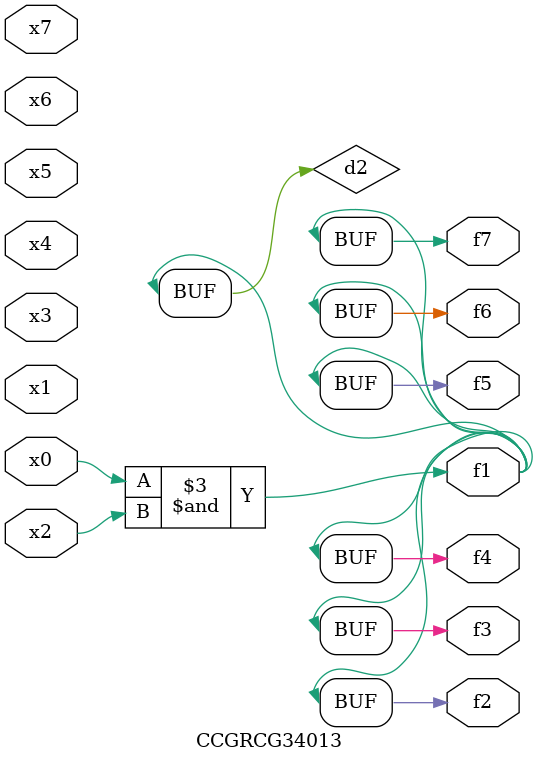
<source format=v>
module CCGRCG34013(
	input x0, x1, x2, x3, x4, x5, x6, x7,
	output f1, f2, f3, f4, f5, f6, f7
);

	wire d1, d2;

	nor (d1, x3, x6);
	and (d2, x0, x2);
	assign f1 = d2;
	assign f2 = d2;
	assign f3 = d2;
	assign f4 = d2;
	assign f5 = d2;
	assign f6 = d2;
	assign f7 = d2;
endmodule

</source>
